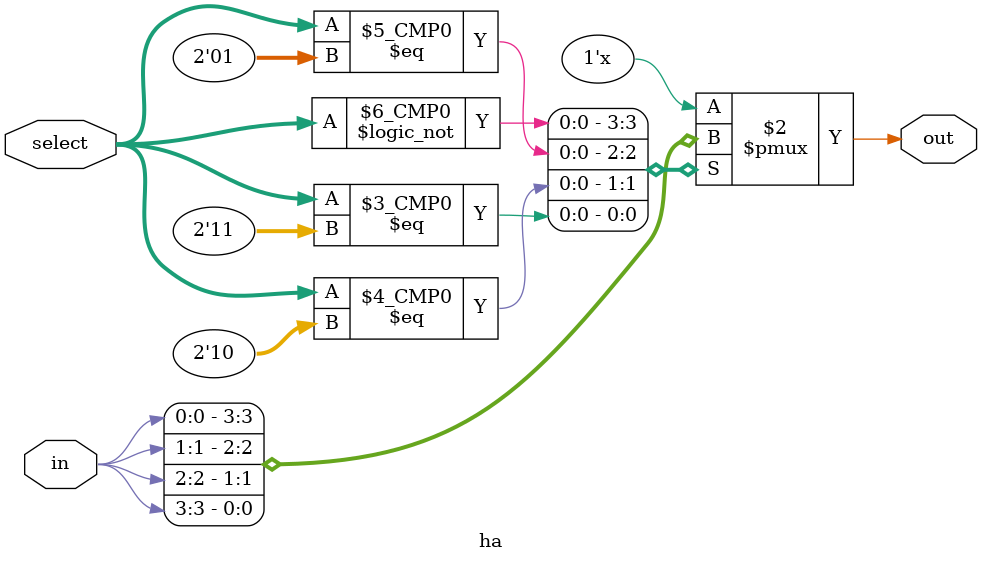
<source format=v>
`timescale 1ns / 1ps
module ha(in,out,select ); 

	input [3:0] in;  
	input [1:0] select; 
	//input clk;
	output out; 

	reg out;
	
	always @(select) 
		begin
	
			case(select) 
	
			2'b00: 
					out = in[0];
			2'b01: 
					out = in[1];
			2'b10: 
					out = in[2];
			2'b11: 
					out = in[3];
	
			endcase
	end
endmodule

</source>
